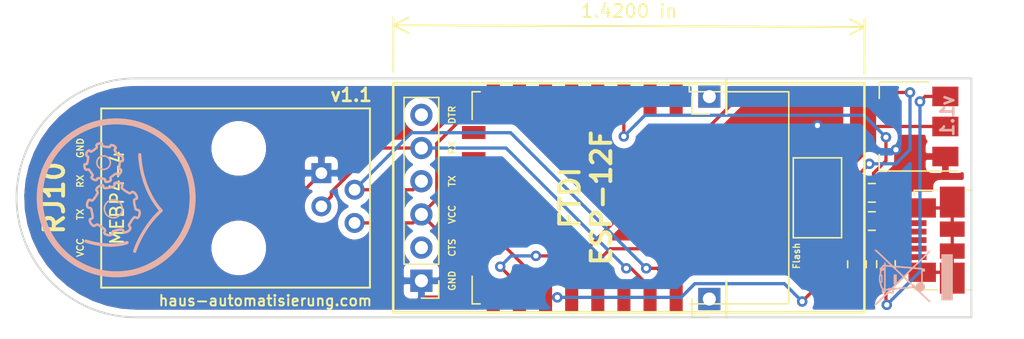
<source format=kicad_pcb>
(kicad_pcb (version 20171130) (host pcbnew "(5.1.0-0)")
  (title_block (title "RJ FTDI Adapter") (date 2019-04-20) (rev 1.1) (company haus-automatisierung.com) (comment 1 "Matthias Kleine"))
  (layers (0 F.Cu signal) (31 B.Cu signal) (34 B.Paste user) (35 F.Paste user) (36 B.SilkS user) (37 F.SilkS user) (38 B.Mask user) (39 F.Mask user) (44 Edge.Cuts user))
  (net 0 "")
  (net 1 GND)
  (net 2 /Vin)
  (net 3 "Net-(J2-Pad2)")
  (net 4 "Net-(J2-Pad6)")
  (net 5 +5V)
  (net 6 "Net-(J3-Pad2)")
  (net 7 "Net-(J3-Pad3)")
  (net 8 "Net-(J3-Pad4)")
  (net 9 "Net-(J3-Pad6)")
  (net 10 "Net-(R1-Pad2)")
  (net 11 "Net-(R2-Pad2)")
  (net 12 "Net-(U2-Pad1)")
  (net 13 "Net-(U2-Pad2)")
  (net 14 "Net-(U2-Pad4)")
  (net 15 "Net-(U2-Pad5)")
  (net 16 "Net-(U2-Pad6)")
  (net 17 "Net-(U2-Pad7)")
  (net 18 "Net-(U2-Pad9)")
  (net 19 "Net-(U2-Pad10)")
  (net 20 "Net-(U2-Pad11)")
  (net 21 "Net-(U2-Pad12)")
  (net 22 "Net-(U2-Pad13)")
  (net 23 "Net-(U2-Pad14)")
  (net 24 "Net-(U2-Pad19)")
  (net 25 "Net-(U2-Pad20)")
  (net 26 "Net-(SW1-Pad1)")
  (net 27 /RX)
  (net 28 /TX)
  (module libs:MEBP_44S_MK (layer F.Cu) (at 130.048 96.52)
    (fp_text reference J1 hide)
    (fp_text value RJ10)
    (fp_text user MEBP4-4 (at -9.0678 0 90) (layer F.SilkS))
    (pad "" np_thru_hole circle (at 0.2404 3.8354) (size 3.17 3.17) (drill 3.17) (layers *.Cu *.Mask))
    (pad "" np_thru_hole circle (at 0.2404 -3.7846) (size 3.17 3.17) (drill 3.17) (layers *.Cu *.Mask))
    (pad 4 thru_hole rect (at 6.565 -1.8883) (size 1.524 1.524) (drill 0.9) (layers *.Cu *.Mask) (net 1 GND))
    (pad 3 thru_hole circle (at 9.105 -0.6183) (size 1.524 1.524) (drill 0.9) (layers *.Cu *.Mask) (net 28 /TX))
    (pad 2 thru_hole circle (at 6.565 0.6517) (size 1.524 1.524) (drill 0.9) (layers *.Cu *.Mask) (net 27 /RX))
    (pad 1 thru_hole circle (at 9.105 1.9217) (size 1.524 1.524) (drill 0.9) (layers *.Cu *.Mask) (net 2 /Vin))
  )
  (module Package_TO_SOT_SMD:SOT-223-3_TabPin2 (layer F.Cu) (at 181.229 91.059 180)
    (fp_text reference U1 hide)
    (fp_text value AMS1117-3.3)
    (pad 2 smd rect (at 3.15 0 180) (size 2 3.8) (layers F.Cu F.Paste F.Mask) (net 2 /Vin))
    (pad 2 smd rect (at -3.15 0 180) (size 2 1.5) (layers F.Cu F.Paste F.Mask) (net 2 /Vin))
    (pad 3 smd rect (at -3.15 2.3 180) (size 2 1.5) (layers F.Cu F.Paste F.Mask) (net 5 +5V))
    (pad 1 smd rect (at -3.15 -2.3 180) (size 2 1.5) (layers F.Cu F.Paste F.Mask) (net 1 GND))
  )
  (module Connector_PinHeader_2.54mm:PinHeader_1x01_P2.54mm_Vertical (layer F.Cu) (at 166.312 104.267 90)
    (fp_text reference REF** hide)
    (fp_text value PinHeader_1x01_P2.54mm_Vertical hide)
    (pad 1 thru_hole rect (at 0 0 90) (size 1.7 1.7) (drill 1) (layers *.Cu *.Mask))
  )
  (module Connector_PinHeader_2.54mm:PinHeader_1x06_P2.54mm_Vertical (layer F.Cu) (at 144.272 102.87 180)
    (fp_text reference J2 hide)
    (fp_text value Conn_01x06_Male)
    (pad 1 thru_hole rect (at 0 0 180) (size 1.7 1.7) (drill 1) (layers *.Cu *.Mask) (net 1 GND))
    (pad 2 thru_hole oval (at 0 2.54 180) (size 1.7 1.7) (drill 1) (layers *.Cu *.Mask) (net 3 "Net-(J2-Pad2)"))
    (pad 3 thru_hole oval (at 0 5.08 180) (size 1.7 1.7) (drill 1) (layers *.Cu *.Mask) (net 2 /Vin))
    (pad 4 thru_hole oval (at 0 7.62 180) (size 1.7 1.7) (drill 1) (layers *.Cu *.Mask) (net 28 /TX))
    (pad 5 thru_hole oval (at 0 10.16 180) (size 1.7 1.7) (drill 1) (layers *.Cu *.Mask) (net 27 /RX))
    (pad 6 thru_hole oval (at 0 12.7 180) (size 1.7 1.7) (drill 1) (layers *.Cu *.Mask) (net 4 "Net-(J2-Pad6)"))
  )
  (module libs:Logo (layer B.Cu) (at 120.904 96.52 90)
    (fp_text reference G*** hide)
    (fp_text value LOGO hide)
  )
  (module Connector_PinHeader_2.54mm:PinHeader_1x01_P2.54mm_Vertical (layer F.Cu) (at 166.312 88.773 90)
    (fp_text reference REF** hide)
    (fp_text value PinHeader_1x01_P2.54mm_Vertical hide)
    (pad 1 thru_hole rect (at 0 0 90) (size 1.7 1.7) (drill 1) (layers *.Cu *.Mask))
  )
  (module Symbol:WEEE-Logo_4.2x6mm_SilkScreen (layer B.Cu) (at 181.9275 102.616 270)
    (fp_text reference REF** hide)
    (fp_text value WEEE-Logo_4.2x6mm_SilkScreen hide)
  )
  (module Capacitor_SMD:C_0805_2012Metric_Pad1.15x1.40mm_HandSolder (layer F.Cu) (at 179.832 101.6 90)
    (fp_text reference C1 hide)
    (fp_text value C)
    (pad 1 smd roundrect (at -1.025 0 90) (size 1.15 1.4) (layers F.Cu F.Paste F.Mask) (roundrect_rratio 0.217391) (net 5 +5V))
    (pad 2 smd roundrect (at 1.025 0 90) (size 1.15 1.4) (layers F.Cu F.Paste F.Mask) (roundrect_rratio 0.217391) (net 1 GND))
  )
  (module Capacitor_SMD:C_0805_2012Metric_Pad1.15x1.40mm_HandSolder (layer F.Cu) (at 177.6095 101.609 90)
    (fp_text reference C2 hide)
    (fp_text value C)
    (pad 2 smd roundrect (at 1.025 0 90) (size 1.15 1.4) (layers F.Cu F.Paste F.Mask) (roundrect_rratio 0.217391) (net 1 GND))
    (pad 1 smd roundrect (at -1.025 0 90) (size 1.15 1.4) (layers F.Cu F.Paste F.Mask) (roundrect_rratio 0.217391) (net 2 /Vin))
  )
  (module Connector_USB:USB_Micro-B_Molex_47346-0001 (layer F.Cu) (at 183.7055 99.7585 90)
    (fp_text reference J3 hide)
    (fp_text value USB_B_Micro)
    (pad 1 smd rect (at -1.3 -1.46 90) (size 0.45 1.38) (layers F.Cu F.Paste F.Mask) (net 5 +5V))
    (pad 2 smd rect (at -0.65 -1.46 90) (size 0.45 1.38) (layers F.Cu F.Paste F.Mask) (net 6 "Net-(J3-Pad2)"))
    (pad 3 smd rect (at 0 -1.46 90) (size 0.45 1.38) (layers F.Cu F.Paste F.Mask) (net 7 "Net-(J3-Pad3)"))
    (pad 4 smd rect (at 0.65 -1.46 90) (size 0.45 1.38) (layers F.Cu F.Paste F.Mask) (net 8 "Net-(J3-Pad4)"))
    (pad 5 smd rect (at 1.3 -1.46 90) (size 0.45 1.38) (layers F.Cu F.Paste F.Mask) (net 1 GND))
    (pad 6 smd rect (at -2.4625 -1.1 90) (size 1.475 2.1) (layers F.Cu F.Paste F.Mask) (net 9 "Net-(J3-Pad6)"))
    (pad 6 smd rect (at 2.4625 -1.1 90) (size 1.475 2.1) (layers F.Cu F.Paste F.Mask) (net 9 "Net-(J3-Pad6)"))
    (pad 6 smd rect (at -2.91 1.2 90) (size 2.375 1.9) (layers F.Cu F.Paste F.Mask) (net 9 "Net-(J3-Pad6)"))
    (pad 6 smd rect (at 2.91 1.2 90) (size 2.375 1.9) (layers F.Cu F.Paste F.Mask) (net 9 "Net-(J3-Pad6)"))
    (pad 6 smd rect (at -0.84 1.2 90) (size 1.175 1.9) (layers F.Cu F.Paste F.Mask) (net 9 "Net-(J3-Pad6)"))
    (pad 6 smd rect (at 0.84 1.2 90) (size 1.175 1.9) (layers F.Cu F.Paste F.Mask) (net 9 "Net-(J3-Pad6)"))
  )
  (module Resistor_SMD:R_0805_2012Metric_Pad1.15x1.40mm_HandSolder (layer F.Cu) (at 178.7525 98.298)
    (fp_text reference R1 hide)
    (fp_text value R)
    (pad 2 smd roundrect (at 1.025 0) (size 1.15 1.4) (layers F.Cu F.Paste F.Mask) (roundrect_rratio 0.217391) (net 10 "Net-(R1-Pad2)"))
    (pad 1 smd roundrect (at -1.025 0) (size 1.15 1.4) (layers F.Cu F.Paste F.Mask) (roundrect_rratio 0.217391) (net 2 /Vin))
  )
  (module Resistor_SMD:R_0805_2012Metric_Pad1.15x1.40mm_HandSolder (layer F.Cu) (at 178.7525 96.139 180)
    (fp_text reference R2 hide)
    (fp_text value R)
    (pad 1 smd roundrect (at -1.025 0 180) (size 1.15 1.4) (layers F.Cu F.Paste F.Mask) (roundrect_rratio 0.217391) (net 1 GND))
    (pad 2 smd roundrect (at 1.025 0 180) (size 1.15 1.4) (layers F.Cu F.Paste F.Mask) (roundrect_rratio 0.217391) (net 11 "Net-(R2-Pad2)"))
  )
  (module RF_Module:ESP-12E (layer F.Cu) (at 160.274 96.52 270)
    (fp_text reference U2 hide)
    (fp_text value ESP-12F)
    (pad 1 smd rect (at -7.6 -3.5 270) (size 2.5 1) (layers F.Cu F.Paste F.Mask) (net 12 "Net-(U2-Pad1)"))
    (pad 2 smd rect (at -7.6 -1.5 270) (size 2.5 1) (layers F.Cu F.Paste F.Mask) (net 13 "Net-(U2-Pad2)"))
    (pad 3 smd rect (at -7.6 0.5 270) (size 2.5 1) (layers F.Cu F.Paste F.Mask) (net 10 "Net-(R1-Pad2)"))
    (pad 4 smd rect (at -7.6 2.5 270) (size 2.5 1) (layers F.Cu F.Paste F.Mask) (net 14 "Net-(U2-Pad4)"))
    (pad 5 smd rect (at -7.6 4.5 270) (size 2.5 1) (layers F.Cu F.Paste F.Mask) (net 15 "Net-(U2-Pad5)"))
    (pad 6 smd rect (at -7.6 6.5 270) (size 2.5 1) (layers F.Cu F.Paste F.Mask) (net 16 "Net-(U2-Pad6)"))
    (pad 7 smd rect (at -7.6 8.5 270) (size 2.5 1) (layers F.Cu F.Paste F.Mask) (net 17 "Net-(U2-Pad7)"))
    (pad 8 smd rect (at -7.6 10.5 270) (size 2.5 1) (layers F.Cu F.Paste F.Mask) (net 2 /Vin))
    (pad 9 smd rect (at -5 12 270) (size 1 1.8) (layers F.Cu F.Paste F.Mask) (net 18 "Net-(U2-Pad9)"))
    (pad 10 smd rect (at -3 12 270) (size 1 1.8) (layers F.Cu F.Paste F.Mask) (net 19 "Net-(U2-Pad10)"))
    (pad 11 smd rect (at -1 12 270) (size 1 1.8) (layers F.Cu F.Paste F.Mask) (net 20 "Net-(U2-Pad11)"))
    (pad 12 smd rect (at 1 12 270) (size 1 1.8) (layers F.Cu F.Paste F.Mask) (net 21 "Net-(U2-Pad12)"))
    (pad 13 smd rect (at 3 12 270) (size 1 1.8) (layers F.Cu F.Paste F.Mask) (net 22 "Net-(U2-Pad13)"))
    (pad 14 smd rect (at 5 12 270) (size 1 1.8) (layers F.Cu F.Paste F.Mask) (net 23 "Net-(U2-Pad14)"))
    (pad 15 smd rect (at 7.6 10.5 270) (size 2.5 1) (layers F.Cu F.Paste F.Mask) (net 1 GND))
    (pad 16 smd rect (at 7.6 8.5 270) (size 2.5 1) (layers F.Cu F.Paste F.Mask) (net 11 "Net-(R2-Pad2)"))
    (pad 17 smd rect (at 7.6 6.5 270) (size 2.5 1) (layers F.Cu F.Paste F.Mask) (net 2 /Vin))
    (pad 18 smd rect (at 7.6 4.5 270) (size 2.5 1) (layers F.Cu F.Paste F.Mask) (net 26 "Net-(SW1-Pad1)"))
    (pad 19 smd rect (at 7.6 2.5 270) (size 2.5 1) (layers F.Cu F.Paste F.Mask) (net 24 "Net-(U2-Pad19)"))
    (pad 20 smd rect (at 7.6 0.5 270) (size 2.5 1) (layers F.Cu F.Paste F.Mask) (net 25 "Net-(U2-Pad20)"))
    (pad 21 smd rect (at 7.6 -1.5 270) (size 2.5 1) (layers F.Cu F.Paste F.Mask) (net 27 /RX))
    (pad 22 smd rect (at 7.6 -3.5 270) (size 2.5 1) (layers F.Cu F.Paste F.Mask) (net 28 /TX))
  )
  (module Button_Switch_SMD:SW_SPST_CK_RS282G05A3 (layer F.Cu) (at 174.5869 96.52 90)
    (fp_text reference SW1 hide)
    (fp_text value SW_Push)
    (pad 1 smd rect (at -3.9 0 90) (size 1.5 1.5) (layers F.Cu F.Paste F.Mask) (net 26 "Net-(SW1-Pad1)"))
    (pad 2 smd rect (at 3.9 0 90) (size 1.5 1.5) (layers F.Cu F.Paste F.Mask) (net 1 GND))
  )
  (dimension 36.068224 (width 0.15) (layer F.SilkS) (gr_text "36.068 mm" (at 160.164096 82.076 359.7982551) (layer F.SilkS) (effects (font (size 1 1) (thickness 0.15)))) (feature1 (pts (xy 178.181 86.995) (xy 178.195584 82.853075))) (feature2 (pts (xy 142.113 86.868) (xy 142.127584 82.726075))) (crossbar (pts (xy 142.125519 83.312492) (xy 178.193519 83.439492))) (arrow1a (pts (xy 178.193519 83.439492) (xy 177.064957 84.021943))) (arrow1b (pts (xy 178.193519 83.439492) (xy 177.069087 82.849108))) (arrow2a (pts (xy 142.125519 83.312492) (xy 143.249951 83.902876))) (arrow2b (pts (xy 142.125519 83.312492) (xy 143.254081 82.730041))))
  (gr_text v1.1 (at 184.531 91.948 90) (layer B.SilkS) (effects (font (size 1 1) (thickness 0.2)) (justify right mirror)))
  (gr_text VCC (at 118.1608 100.33 90) (layer F.SilkS) (effects (font (size 0.5 0.5) (thickness 0.1))))
  (gr_text TX (at 118.1608 97.79 90) (layer F.SilkS) (effects (font (size 0.5 0.5) (thickness 0.1))))
  (gr_text GND (at 118.1608 92.71 90) (layer F.SilkS) (effects (font (size 0.5 0.5) (thickness 0.1))))
  (gr_text RX (at 118.1608 95.25 90) (layer F.SilkS) (effects (font (size 0.5 0.5) (thickness 0.1))))
  (gr_text Flash (at 172.9867 100.965 90) (layer F.SilkS) (effects (font (size 0.5 0.5) (thickness 0.1))))
  (gr_line (start 178.181 105.283) (end 178.181 87.757) (layer F.SilkS) (width 0.2))
  (gr_line (start 142.113 105.283) (end 178.181 105.283) (layer F.SilkS) (width 0.2))
  (gr_line (start 142.113 87.757) (end 142.113 105.283) (layer F.SilkS) (width 0.2))
  (gr_line (start 178.181 87.757) (end 142.113 87.757) (layer F.SilkS) (width 0.2))
  (gr_text "FTDI\nESP-12F" (at 156.845 96.52 90) (layer F.SilkS) (effects (font (size 1.5 1.5) (thickness 0.3))))
  (gr_text RJ10 (at 116.1669 96.5327 90) (layer F.SilkS) (effects (font (size 1.5 1.5) (thickness 0.3))))
  (gr_line (start 186.3725 105.664) (end 122.428 105.664) (layer Edge.Cuts) (width 0.15))
  (gr_line (start 186.3725 87.376) (end 186.3725 105.664) (layer Edge.Cuts) (width 0.15))
  (gr_line (start 122.428 87.376) (end 186.3725 87.376) (layer Edge.Cuts) (width 0.15))
  (gr_arc (start 122.428 96.52) (end 122.428 87.376) (angle -180) (layer Edge.Cuts) (width 0.15))
  (gr_text haus-automatisierung.com (at 140.5763 104.394) (layer F.SilkS) (effects (font (size 0.8 0.8)) (justify right)))
  (gr_text v1.1 (at 140.6017 88.646) (layer F.SilkS) (effects (font (size 1 1) (thickness 0.2)) (justify right)))
  (gr_text GND (at 146.6215 102.87 90) (layer F.SilkS) (effects (font (size 0.5 0.5) (thickness 0.1))))
  (gr_text CTS (at 146.6215 100.33 90) (layer F.SilkS) (effects (font (size 0.5 0.5) (thickness 0.1))))
  (gr_text VCC (at 146.6215 97.79 90) (layer F.SilkS) (effects (font (size 0.5 0.5) (thickness 0.1))))
  (gr_text TX (at 146.6215 95.25 90) (layer F.SilkS) (effects (font (size 0.5 0.5) (thickness 0.1))))
  (gr_text RX (at 146.6215 92.71 90) (layer F.SilkS) (effects (font (size 0.5 0.5) (thickness 0.1))))
  (gr_text DTR (at 146.6215 90.17 90) (layer F.SilkS) (effects (font (size 0.5 0.5) (thickness 0.1))))
  (segment (start 136.613 94.6317) (end 134.493 96.7517) (width 0.25) (layer F.Cu) (net 1))
  (segment (start 134.493 96.7517) (end 134.493 99.441) (width 0.25) (layer F.Cu) (net 1))
  (segment (start 137.922 102.87) (end 144.272 102.87) (width 0.25) (layer F.Cu) (net 1))
  (segment (start 134.493 99.441) (end 137.922 102.87) (width 0.25) (layer F.Cu) (net 1))
  (segment (start 144.272 103.97) (end 144.272 102.87) (width 0.25) (layer F.Cu) (net 1))
  (segment (start 144.422 104.12) (end 144.272 103.97) (width 0.25) (layer F.Cu) (net 1))
  (segment (start 149.774 104.12) (end 144.422 104.12) (width 0.25) (layer F.Cu) (net 1))
  (segment (start 179.823 100.584) (end 179.832 100.575) (width 0.25) (layer F.Cu) (net 1))
  (segment (start 177.6095 100.584) (end 179.823 100.584) (width 0.25) (layer F.Cu) (net 1))
  (segment (start 181.2735 98.4585) (end 181.3055 98.4585) (width 0.25) (layer F.Cu) (net 1))
  (segment (start 179.832 99.9) (end 181.2735 98.4585) (width 0.25) (layer F.Cu) (net 1))
  (segment (start 179.832 100.575) (end 179.832 99.9) (width 0.25) (layer F.Cu) (net 1))
  (segment (start 182.5575 93.359) (end 179.7775 96.139) (width 0.25) (layer F.Cu) (net 1))
  (segment (start 184.379 93.359) (end 182.5575 93.359) (width 0.25) (layer F.Cu) (net 1))
  (segment (start 181.3055 98.4585) (end 182.2455 98.4585) (width 0.25) (layer F.Cu) (net 1))
  (segment (start 181.230499 98.383499) (end 181.3055 98.4585) (width 0.25) (layer F.Cu) (net 1))
  (segment (start 181.230499 97.591999) (end 181.230499 98.383499) (width 0.25) (layer F.Cu) (net 1))
  (segment (start 179.7775 96.139) (end 181.230499 97.591999) (width 0.25) (layer F.Cu) (net 1))
  (segment (start 179.7775 95.339) (end 180.594 94.5225) (width 0.25) (layer F.Cu) (net 1))
  (segment (start 179.7775 96.139) (end 179.7775 95.339) (width 0.25) (layer F.Cu) (net 1))
  (via (at 180.594 92.837) (size 0.8) (drill 0.4) (layers F.Cu B.Cu) (net 1))
  (segment (start 180.594 94.5225) (end 180.594 92.837) (width 0.25) (layer F.Cu) (net 1))
  (via (at 174.5869 90.9828) (size 0.8) (drill 0.4) (layers F.Cu B.Cu) (net 1))
  (segment (start 174.5869 92.62) (end 174.5869 90.9828) (width 0.25) (layer F.Cu) (net 1))
  (segment (start 180.028315 92.837) (end 180.594 92.837) (width 0.25) (layer B.Cu) (net 1))
  (segment (start 177.006785 92.837) (end 180.028315 92.837) (width 0.25) (layer B.Cu) (net 1))
  (segment (start 175.152585 90.9828) (end 177.006785 92.837) (width 0.25) (layer B.Cu) (net 1))
  (segment (start 174.5869 90.9828) (end 175.152585 90.9828) (width 0.25) (layer B.Cu) (net 1))
  (segment (start 162.6997 102.87) (end 174.5869 90.9828) (width 0.25) (layer B.Cu) (net 1))
  (segment (start 144.272 102.87) (end 162.6997 102.87) (width 0.25) (layer B.Cu) (net 1))
  (segment (start 143.6203 98.4417) (end 144.272 97.79) (width 0.25) (layer F.Cu) (net 2))
  (segment (start 139.153 98.4417) (end 143.6203 98.4417) (width 0.25) (layer F.Cu) (net 2))
  (segment (start 145.121999 96.940001) (end 144.272 97.79) (width 0.25) (layer F.Cu) (net 2))
  (segment (start 145.447001 92.361997) (end 145.447001 96.614999) (width 0.25) (layer F.Cu) (net 2))
  (segment (start 145.447001 96.614999) (end 145.121999 96.940001) (width 0.25) (layer F.Cu) (net 2))
  (segment (start 148.888998 88.92) (end 145.447001 92.361997) (width 0.25) (layer F.Cu) (net 2))
  (segment (start 149.774 88.92) (end 148.888998 88.92) (width 0.25) (layer F.Cu) (net 2))
  (segment (start 150.749001 100.345001) (end 146.827001 100.345001) (width 0.25) (layer F.Cu) (net 2))
  (segment (start 145.121999 98.639999) (end 144.272 97.79) (width 0.25) (layer F.Cu) (net 2))
  (segment (start 146.827001 100.345001) (end 145.121999 98.639999) (width 0.25) (layer F.Cu) (net 2))
  (segment (start 153.774 103.37) (end 150.749001 100.345001) (width 0.25) (layer F.Cu) (net 2))
  (segment (start 177.7275 98.434) (end 177.7275 98.298) (width 0.25) (layer F.Cu) (net 2))
  (segment (start 184.379 91.059) (end 178.079 91.059) (width 0.25) (layer F.Cu) (net 2))
  (segment (start 177.104128 97.674628) (end 177.7275 98.298) (width 0.25) (layer F.Cu) (net 2))
  (segment (start 176.82749 94.46051) (end 176.82749 97.39799) (width 0.25) (layer F.Cu) (net 2))
  (segment (start 176.82749 97.39799) (end 177.104128 97.674628) (width 0.25) (layer F.Cu) (net 2))
  (segment (start 178.079 93.209) (end 176.82749 94.46051) (width 0.25) (layer F.Cu) (net 2))
  (segment (start 178.079 91.059) (end 178.079 93.209) (width 0.25) (layer F.Cu) (net 2))
  (segment (start 153.774 103.37) (end 153.774 104.12) (width 0.25) (layer F.Cu) (net 2))
  (via (at 154.673998 104.14) (size 0.8) (drill 0.4) (layers F.Cu B.Cu) (net 2))
  (segment (start 154.653998 104.12) (end 154.673998 104.14) (width 0.25) (layer F.Cu) (net 2))
  (segment (start 153.774 104.12) (end 154.653998 104.12) (width 0.25) (layer F.Cu) (net 2))
  (segment (start 172.052999 103.091999) (end 173.4185 104.4575) (width 0.25) (layer B.Cu) (net 2))
  (segment (start 165.201999 103.091999) (end 172.052999 103.091999) (width 0.25) (layer B.Cu) (net 2))
  (segment (start 164.153998 104.14) (end 165.201999 103.091999) (width 0.25) (layer B.Cu) (net 2))
  (via (at 173.4185 104.4575) (size 0.8) (drill 0.4) (layers F.Cu B.Cu) (net 2))
  (segment (start 154.673998 104.14) (end 164.153998 104.14) (width 0.25) (layer B.Cu) (net 2))
  (segment (start 176.58449 101.60899) (end 176.986128 102.010628) (width 0.25) (layer F.Cu) (net 2))
  (segment (start 176.986128 102.010628) (end 177.6095 102.634) (width 0.25) (layer F.Cu) (net 2))
  (segment (start 176.58449 99.44101) (end 176.58449 101.60899) (width 0.25) (layer F.Cu) (net 2))
  (segment (start 177.7275 98.298) (end 176.58449 99.44101) (width 0.25) (layer F.Cu) (net 2))
  (segment (start 175.242 102.634) (end 177.6095 102.634) (width 0.25) (layer F.Cu) (net 2))
  (segment (start 173.4185 104.4575) (end 175.242 102.634) (width 0.25) (layer F.Cu) (net 2))
  (segment (start 181.3985 101.0585) (end 182.2455 101.0585) (width 0.25) (layer F.Cu) (net 5))
  (segment (start 179.832 102.625) (end 181.3985 101.0585) (width 0.25) (layer F.Cu) (net 5))
  (via (at 179.8955 104.7115) (size 0.8) (drill 0.4) (layers F.Cu B.Cu) (net 5))
  (segment (start 179.832 104.648) (end 179.8955 104.7115) (width 0.25) (layer F.Cu) (net 5))
  (segment (start 179.832 102.625) (end 179.832 104.648) (width 0.25) (layer F.Cu) (net 5))
  (via (at 182.4355 89.154) (size 0.8) (drill 0.4) (layers F.Cu B.Cu) (net 5))
  (segment (start 182.4355 102.1715) (end 182.4355 89.154) (width 0.25) (layer B.Cu) (net 5))
  (segment (start 179.8955 104.7115) (end 182.4355 102.1715) (width 0.25) (layer B.Cu) (net 5))
  (via (at 182.4355 89.154) (size 0.8) (drill 0.4) (layers F.Cu B.Cu) (net 5))
  (segment (start 182.8305 88.759) (end 182.4355 89.154) (width 0.25) (layer F.Cu) (net 5))
  (segment (start 184.379 88.759) (end 182.8305 88.759) (width 0.25) (layer F.Cu) (net 5))
  (segment (start 184.458 102.221) (end 184.9055 102.6685) (width 0.25) (layer F.Cu) (net 9))
  (segment (start 182.6055 102.221) (end 184.458 102.221) (width 0.25) (layer F.Cu) (net 9))
  (segment (start 184.458 97.296) (end 184.9055 96.8485) (width 0.25) (layer F.Cu) (net 9))
  (segment (start 182.6055 97.296) (end 184.458 97.296) (width 0.25) (layer F.Cu) (net 9))
  (segment (start 184.9055 96.8485) (end 184.9055 98.9185) (width 0.25) (layer F.Cu) (net 9))
  (segment (start 184.9055 98.9185) (end 184.9055 100.5985) (width 0.25) (layer F.Cu) (net 9))
  (segment (start 184.9055 100.5985) (end 184.9055 102.6685) (width 0.25) (layer F.Cu) (net 9))
  (via (at 179.832 91.8845) (size 0.8) (drill 0.4) (layers F.Cu B.Cu) (net 10))
  (segment (start 178.87749 94.641501) (end 179.832 93.686991) (width 0.25) (layer F.Cu) (net 10))
  (segment (start 179.832 93.686991) (end 179.832 91.8845) (width 0.25) (layer F.Cu) (net 10))
  (segment (start 178.87749 97.39799) (end 178.87749 94.641501) (width 0.25) (layer F.Cu) (net 10))
  (segment (start 179.7775 98.298) (end 178.87749 97.39799) (width 0.25) (layer F.Cu) (net 10))
  (segment (start 178.148999 90.201499) (end 161.385501 90.201499) (width 0.25) (layer B.Cu) (net 10))
  (segment (start 179.832 91.8845) (end 178.148999 90.201499) (width 0.25) (layer B.Cu) (net 10))
  (via (at 159.766 91.821) (size 0.8) (drill 0.4) (layers F.Cu B.Cu) (net 10))
  (segment (start 161.385501 90.201499) (end 159.766 91.821) (width 0.25) (layer B.Cu) (net 10))
  (segment (start 159.766 88.928) (end 159.774 88.92) (width 0.25) (layer F.Cu) (net 10))
  (segment (start 159.766 91.821) (end 159.766 88.928) (width 0.25) (layer F.Cu) (net 10))
  (via (at 178.562 93.9165) (size 0.8) (drill 0.4) (layers F.Cu B.Cu) (net 11))
  (segment (start 177.7275 94.751) (end 178.562 93.9165) (width 0.25) (layer F.Cu) (net 11))
  (segment (start 177.7275 96.139) (end 177.7275 94.751) (width 0.25) (layer F.Cu) (net 11))
  (segment (start 180.587502 93.9165) (end 181.6735 92.830502) (width 0.25) (layer B.Cu) (net 11))
  (segment (start 178.562 93.9165) (end 180.587502 93.9165) (width 0.25) (layer B.Cu) (net 11))
  (via (at 181.6735 88.4555) (size 0.8) (drill 0.4) (layers F.Cu B.Cu) (net 11))
  (segment (start 181.6735 92.830502) (end 181.6735 88.4555) (width 0.25) (layer B.Cu) (net 11))
  (segment (start 168.914502 88.4555) (end 156.405002 100.965) (width 0.25) (layer F.Cu) (net 11))
  (segment (start 181.6735 88.4555) (end 168.914502 88.4555) (width 0.25) (layer F.Cu) (net 11))
  (via (at 153.035 100.965) (size 0.8) (drill 0.4) (layers F.Cu B.Cu) (net 11))
  (segment (start 156.405002 100.965) (end 153.035 100.965) (width 0.25) (layer F.Cu) (net 11))
  (segment (start 153.035 100.965) (end 151.13 100.965) (width 0.25) (layer B.Cu) (net 11))
  (via (at 150.3045 101.7905) (size 0.8) (drill 0.4) (layers F.Cu B.Cu) (net 11))
  (segment (start 151.13 100.965) (end 150.3045 101.7905) (width 0.25) (layer B.Cu) (net 11))
  (segment (start 151.774 103.26) (end 151.774 104.12) (width 0.25) (layer F.Cu) (net 11))
  (segment (start 150.3045 101.7905) (end 151.774 103.26) (width 0.25) (layer F.Cu) (net 11))
  (segment (start 158.724 100.42) (end 155.774 103.37) (width 0.25) (layer F.Cu) (net 26))
  (segment (start 155.774 103.37) (end 155.774 104.12) (width 0.25) (layer F.Cu) (net 26))
  (segment (start 174.5869 100.42) (end 158.724 100.42) (width 0.25) (layer F.Cu) (net 26))
  (via (at 159.9565 101.9175) (size 0.8) (drill 0.4) (layers F.Cu B.Cu) (net 27))
  (segment (start 161.774 103.37) (end 160.3215 101.9175) (width 0.25) (layer F.Cu) (net 27))
  (segment (start 160.3215 101.9175) (end 159.9565 101.9175) (width 0.25) (layer F.Cu) (net 27))
  (segment (start 161.774 104.12) (end 161.774 103.37) (width 0.25) (layer F.Cu) (net 27))
  (segment (start 150.749 92.71) (end 144.272 92.71) (width 0.25) (layer B.Cu) (net 27))
  (segment (start 159.9565 101.9175) (end 150.749 92.71) (width 0.25) (layer B.Cu) (net 27))
  (segment (start 143.069919 92.71) (end 144.272 92.71) (width 0.25) (layer F.Cu) (net 27))
  (segment (start 137.374999 96.070939) (end 140.735938 92.71) (width 0.25) (layer F.Cu) (net 27))
  (segment (start 140.735938 92.71) (end 143.069919 92.71) (width 0.25) (layer F.Cu) (net 27))
  (segment (start 137.374999 96.409701) (end 137.374999 96.070939) (width 0.25) (layer F.Cu) (net 27))
  (segment (start 136.613 97.1717) (end 137.374999 96.409701) (width 0.25) (layer F.Cu) (net 27))
  (segment (start 143.6203 95.9017) (end 144.272 95.25) (width 0.25) (layer F.Cu) (net 28))
  (segment (start 139.153 95.9017) (end 143.6203 95.9017) (width 0.25) (layer F.Cu) (net 28))
  (segment (start 162.3215 101.9175) (end 161.906502 101.9175) (width 0.25) (layer F.Cu) (net 28))
  (via (at 161.4805 101.9175) (size 0.8) (drill 0.4) (layers F.Cu B.Cu) (net 28))
  (segment (start 161.906502 101.9175) (end 161.4805 101.9175) (width 0.25) (layer F.Cu) (net 28))
  (segment (start 163.774 103.37) (end 162.3215 101.9175) (width 0.25) (layer F.Cu) (net 28))
  (segment (start 139.914999 95.139701) (end 139.153 95.9017) (width 0.25) (layer B.Cu) (net 28))
  (segment (start 143.519701 91.534999) (end 139.914999 95.139701) (width 0.25) (layer B.Cu) (net 28))
  (segment (start 151.097999 91.534999) (end 143.519701 91.534999) (width 0.25) (layer B.Cu) (net 28))
  (segment (start 161.4805 101.9175) (end 151.097999 91.534999) (width 0.25) (layer B.Cu) (net 28))
  (segment (start 163.774 104.12) (end 163.774 103.37) (width 0.25) (layer F.Cu) (net 28))
  (zone (net 1) (net_name GND) (layer F.Cu) (connect_pads (clearance 0.508)) (min_thickness 0.254) (fill yes (arc_segments 16) (thermal_gap 0.508) (thermal_bridge_width 0.508))
    (polygon (pts (xy 112.046003 85.344) (xy 190.405003 85.344) (xy 190.405003 107.315) (xy 112.046003 107.315)))
  )
  (zone (net 1) (net_name GND) (layer B.Cu) (connect_pads (clearance 0.508)) (min_thickness 0.254) (fill yes (arc_segments 16) (thermal_gap 0.508) (thermal_bridge_width 0.508))
    (polygon (pts (xy 112.014 85.342553) (xy 190.373 85.342553) (xy 190.373 107.313553) (xy 112.014 107.313553)))
  )
)
</source>
